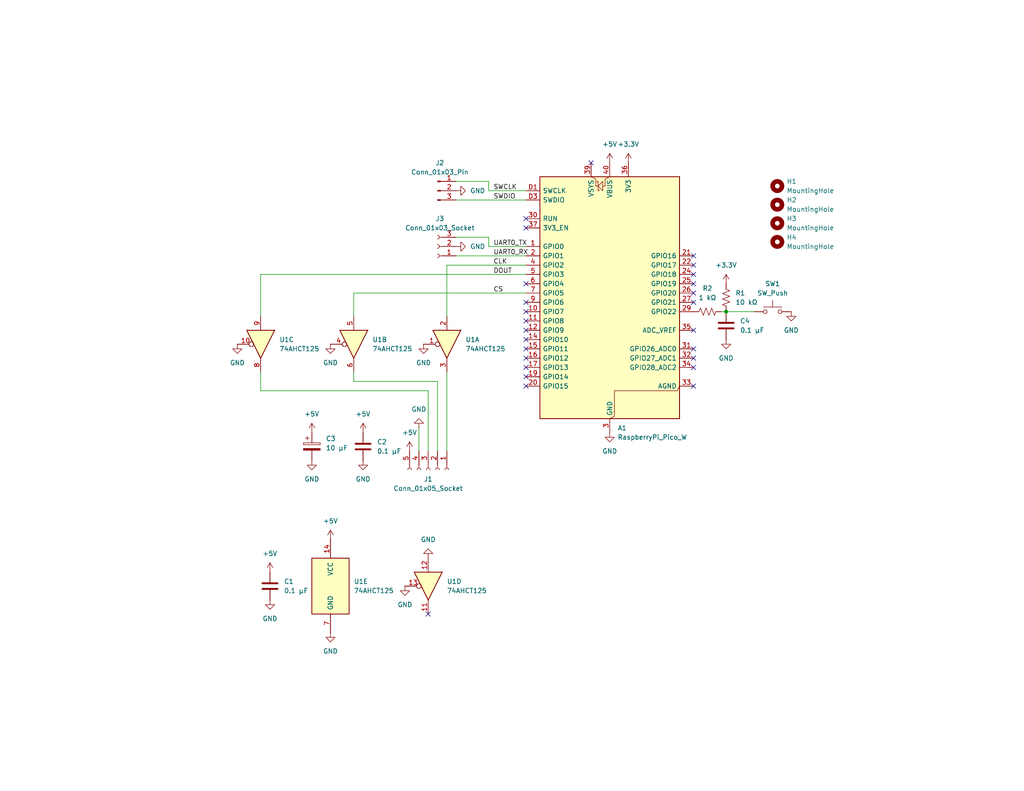
<source format=kicad_sch>
(kicad_sch (version 20250114) (generator "eeschema") (generator_version "9.0")
  (paper "USLetter")
  (title_block (title "Stock Ticker Hardware") (rev "1"))
  (lib_symbols
    (symbol "74xx:74AHCT125" (pin_names (offset 1.016))
      (property "Reference" "U" (at 0 1.27 0))
      (property "Value" "74AHCT125" (at 0 -1.27 0))
      (symbol "74AHCT125_1_0"
        (polyline (pts (xy -3.81 3.81) (xy -3.81 -3.81) (xy 3.81 0) (xy -3.81 3.81)) (stroke (width 0.254)) (fill (type background)))
        (pin input line (at -7.62 0 0) (length 3.81) (name "~") (number "2"))
        (pin input inverted (at 0 -6.35 90) (length 4.445) (name "~") (number "1"))
        (pin tri_state line (at 7.62 0 180) (length 3.81) (name "~") (number "3"))
      )
      (symbol "74AHCT125_2_0"
        (polyline (pts (xy -3.81 3.81) (xy -3.81 -3.81) (xy 3.81 0) (xy -3.81 3.81)) (stroke (width 0.254)) (fill (type background)))
        (pin input line (at -7.62 0 0) (length 3.81) (name "~") (number "5"))
        (pin input inverted (at 0 -6.35 90) (length 4.445) (name "~") (number "4"))
        (pin tri_state line (at 7.62 0 180) (length 3.81) (name "~") (number "6"))
      )
      (symbol "74AHCT125_3_0"
        (polyline (pts (xy -3.81 3.81) (xy -3.81 -3.81) (xy 3.81 0) (xy -3.81 3.81)) (stroke (width 0.254)) (fill (type background)))
        (pin input line (at -7.62 0 0) (length 3.81) (name "~") (number "9"))
        (pin input inverted (at 0 -6.35 90) (length 4.445) (name "~") (number "10"))
        (pin tri_state line (at 7.62 0 180) (length 3.81) (name "~") (number "8"))
      )
      (symbol "74AHCT125_4_0"
        (polyline (pts (xy -3.81 3.81) (xy -3.81 -3.81) (xy 3.81 0) (xy -3.81 3.81)) (stroke (width 0.254)) (fill (type background)))
        (pin input line (at -7.62 0 0) (length 3.81) (name "~") (number "12"))
        (pin input inverted (at 0 -6.35 90) (length 4.445) (name "~") (number "13"))
        (pin tri_state line (at 7.62 0 180) (length 3.81) (name "~") (number "11"))
      )
      (symbol "74AHCT125_5_0"
        (pin power_in line (at 0 12.7 270) (length 5.08) (name "VCC") (number "14"))
        (pin power_in line (at 0 -12.7 90) (length 5.08) (name "GND") (number "7"))
      )
      (symbol "74AHCT125_5_1"
        (rectangle (start -5.08 7.62) (end 5.08 -7.62) (stroke (width 0.254)) (fill (type background)))
      )
    )
    (symbol "Connector:Conn_01x03_Pin" (pin_names (offset 1.016) (hide yes))
      (property "Reference" "J" (at 0 5.08 0))
      (property "Value" "Conn_01x03_Pin" (at 0 -5.08 0))
      (symbol "Conn_01x03_Pin_1_1"
        (rectangle (start 0.8636 2.667) (end 0 2.413) (stroke (width 0.1524)) (fill (type outline)))
        (rectangle (start 0.8636 0.127) (end 0 -0.127) (stroke (width 0.1524)) (fill (type outline)))
        (rectangle (start 0.8636 -2.413) (end 0 -2.667) (stroke (width 0.1524)) (fill (type outline)))
        (polyline (pts (xy 1.27 2.54) (xy 0.8636 2.54)) (stroke (width 0.1524)))
        (polyline (pts (xy 1.27 0) (xy 0.8636 0)) (stroke (width 0.1524)))
        (polyline (pts (xy 1.27 -2.54) (xy 0.8636 -2.54)) (stroke (width 0.1524)))
        (pin passive line (at 5.08 2.54 180) (length 3.81) (name "Pin_1") (number "1"))
        (pin passive line (at 5.08 0 180) (length 3.81) (name "Pin_2") (number "2"))
        (pin passive line (at 5.08 -2.54 180) (length 3.81) (name "Pin_3") (number "3"))
      )
    )
    (symbol "Connector:Conn_01x03_Socket" (pin_names (offset 1.016) (hide yes))
      (property "Reference" "J" (at 0 5.08 0))
      (property "Value" "Conn_01x03_Socket" (at 0 -5.08 0))
      (symbol "Conn_01x03_Socket_1_1"
        (polyline (pts (xy -1.27 2.54) (xy -0.508 2.54)) (stroke (width 0.1524)))
        (polyline (pts (xy -1.27 0) (xy -0.508 0)) (stroke (width 0.1524)))
        (polyline (pts (xy -1.27 -2.54) (xy -0.508 -2.54)) (stroke (width 0.1524)))
        (arc (start 0 2.032) (mid -0.5058 2.54) (end 0 3.048) (stroke (width 0.1524)))
        (arc (start 0 -0.508) (mid -0.5058 0) (end 0 0.508) (stroke (width 0.1524)))
        (arc (start 0 -3.048) (mid -0.5058 -2.54) (end 0 -2.032) (stroke (width 0.1524)))
        (pin passive line (at -5.08 2.54 0) (length 3.81) (name "Pin_1") (number "1"))
        (pin passive line (at -5.08 0 0) (length 3.81) (name "Pin_2") (number "2"))
        (pin passive line (at -5.08 -2.54 0) (length 3.81) (name "Pin_3") (number "3"))
      )
    )
    (symbol "Connector:Conn_01x05_Socket" (pin_names (offset 1.016) (hide yes))
      (property "Reference" "J" (at 0 7.62 0))
      (property "Value" "Conn_01x05_Socket" (at 0 -7.62 0))
      (symbol "Conn_01x05_Socket_1_1"
        (polyline (pts (xy -1.27 5.08) (xy -0.508 5.08)) (stroke (width 0.1524)))
        (polyline (pts (xy -1.27 2.54) (xy -0.508 2.54)) (stroke (width 0.1524)))
        (polyline (pts (xy -1.27 0) (xy -0.508 0)) (stroke (width 0.1524)))
        (polyline (pts (xy -1.27 -2.54) (xy -0.508 -2.54)) (stroke (width 0.1524)))
        (polyline (pts (xy -1.27 -5.08) (xy -0.508 -5.08)) (stroke (width 0.1524)))
        (arc (start 0 4.572) (mid -0.5058 5.08) (end 0 5.588) (stroke (width 0.1524)))
        (arc (start 0 2.032) (mid -0.5058 2.54) (end 0 3.048) (stroke (width 0.1524)))
        (arc (start 0 -0.508) (mid -0.5058 0) (end 0 0.508) (stroke (width 0.1524)))
        (arc (start 0 -3.048) (mid -0.5058 -2.54) (end 0 -2.032) (stroke (width 0.1524)))
        (arc (start 0 -5.588) (mid -0.5058 -5.08) (end 0 -4.572) (stroke (width 0.1524)))
        (pin passive line (at -5.08 5.08 0) (length 3.81) (name "Pin_1") (number "1"))
        (pin passive line (at -5.08 2.54 0) (length 3.81) (name "Pin_2") (number "2"))
        (pin passive line (at -5.08 0 0) (length 3.81) (name "Pin_3") (number "3"))
        (pin passive line (at -5.08 -2.54 0) (length 3.81) (name "Pin_4") (number "4"))
        (pin passive line (at -5.08 -5.08 0) (length 3.81) (name "Pin_5") (number "5"))
      )
    )
    (symbol "Device:C" (pin_numbers (hide yes)) (pin_names (offset 0.254))
      (property "Reference" "C" (at 0.635 2.54 0))
      (property "Value" "C" (at 0.635 -2.54 0))
      (symbol "C_0_1"
        (polyline (pts (xy -2.032 0.762) (xy 2.032 0.762)) (stroke (width 0.508)))
        (polyline (pts (xy -2.032 -0.762) (xy 2.032 -0.762)) (stroke (width 0.508)))
      )
      (symbol "C_1_1"
        (pin passive line (at 0 3.81 270) (length 2.794) (name "~") (number "1"))
        (pin passive line (at 0 -3.81 90) (length 2.794) (name "~") (number "2"))
      )
    )
    (symbol "Device:C_Polarized" (pin_numbers (hide yes)) (pin_names (offset 0.254))
      (property "Reference" "C" (at 0.635 2.54 0))
      (property "Value" "C_Polarized" (at 0.635 -2.54 0))
      (symbol "C_Polarized_0_1"
        (rectangle (start -2.286 0.508) (end 2.286 1.016))
        (polyline (pts (xy -1.778 2.286) (xy -0.762 2.286)))
        (polyline (pts (xy -1.27 2.794) (xy -1.27 1.778)))
        (rectangle (start 2.286 -0.508) (end -2.286 -1.016) (fill (type outline)))
      )
      (symbol "C_Polarized_1_1"
        (pin passive line (at 0 3.81 270) (length 2.794) (name "~") (number "1"))
        (pin passive line (at 0 -3.81 90) (length 2.794) (name "~") (number "2"))
      )
    )
    (symbol "Device:R_US" (pin_numbers (hide yes)) (pin_names (offset 0))
      (property "Reference" "R" (at 2.54 0 90))
      (property "Value" "R_US" (at -2.54 0 90))
      (symbol "R_US_0_1"
        (polyline (pts (xy 0 2.286) (xy 0 2.54)))
        (polyline (pts (xy 0 2.286) (xy 1.016 1.905) (xy 0 1.524) (xy -1.016 1.143) (xy 0 0.762)))
        (polyline (pts (xy 0 0.762) (xy 1.016 0.381) (xy 0 0) (xy -1.016 -0.381) (xy 0 -0.762)))
        (polyline (pts (xy 0 -0.762) (xy 1.016 -1.143) (xy 0 -1.524) (xy -1.016 -1.905) (xy 0 -2.286)))
        (polyline (pts (xy 0 -2.286) (xy 0 -2.54)))
      )
      (symbol "R_US_1_1"
        (pin passive line (at 0 3.81 270) (length 1.27) (name "~") (number "1"))
        (pin passive line (at 0 -3.81 90) (length 1.27) (name "~") (number "2"))
      )
    )
    (symbol "MCU_Module:RaspberryPi_Pico_W_Debug" (pin_names (offset 0.762))
      (property "Reference" "A" (at -19.05 35.56 0))
      (property "Value" "RaspberryPi_Pico_W" (at 7.62 35.56 0))
      (symbol "RaspberryPi_Pico_W_Debug_0_1"
        (rectangle (start -19.05 34.29) (end 19.05 -31.75) (stroke (width 0.254)) (fill (type background)))
        (polyline (pts (xy -5.08 34.29) (xy -3.81 33.655) (xy -3.81 31.75) (xy -3.175 31.75)))
        (polyline (pts (xy -3.429 32.766) (xy -3.429 33.02) (xy -3.175 33.02) (xy -3.175 30.48) (xy -2.921 30.48) (xy -2.921 30.734)))
        (polyline (pts (xy -3.175 31.75) (xy -1.905 33.02) (xy -1.905 30.48) (xy -3.175 31.75)))
        (polyline (pts (xy 0 34.29) (xy -1.27 33.655) (xy -1.27 31.75) (xy -1.905 31.75)))
        (polyline (pts (xy 0 -31.75) (xy 1.27 -31.115) (xy 1.27 -24.13) (xy 18.415 -24.13) (xy 19.05 -22.86)))
      )
      (symbol "RaspberryPi_Pico_W_Debug_1_1"
        (pin input line (at -22.86 30.48 0) (length 3.81) (name "SWCLK") (number "D1"))
        (pin bidirectional line (at -22.86 27.94 0) (length 3.81) (name "SWDIO") (number "D3"))
        (pin passive line (at -22.86 22.86 0) (length 3.81) (name "RUN") (number "30"))
        (pin passive line (at -22.86 20.32 0) (length 3.81) (name "3V3_EN") (number "37"))
        (pin bidirectional line (at -22.86 15.24 0) (length 3.81) (name "GPIO0") (number "1"))
        (pin bidirectional line (at -22.86 12.7 0) (length 3.81) (name "GPIO1") (number "2"))
        (pin bidirectional line (at -22.86 10.16 0) (length 3.81) (name "GPIO2") (number "4"))
        (pin bidirectional line (at -22.86 7.62 0) (length 3.81) (name "GPIO3") (number "5"))
        (pin bidirectional line (at -22.86 5.08 0) (length 3.81) (name "GPIO4") (number "6"))
        (pin bidirectional line (at -22.86 2.54 0) (length 3.81) (name "GPIO5") (number "7"))
        (pin bidirectional line (at -22.86 0 0) (length 3.81) (name "GPIO6") (number "9"))
        (pin bidirectional line (at -22.86 -2.54 0) (length 3.81) (name "GPIO7") (number "10"))
        (pin bidirectional line (at -22.86 -5.08 0) (length 3.81) (name "GPIO8") (number "11"))
        (pin bidirectional line (at -22.86 -7.62 0) (length 3.81) (name "GPIO9") (number "12"))
        (pin bidirectional line (at -22.86 -10.16 0) (length 3.81) (name "GPIO10") (number "14"))
        (pin bidirectional line (at -22.86 -12.7 0) (length 3.81) (name "GPIO11") (number "15"))
        (pin bidirectional line (at -22.86 -15.24 0) (length 3.81) (name "GPIO12") (number "16"))
        (pin bidirectional line (at -22.86 -17.78 0) (length 3.81) (name "GPIO13") (number "17"))
        (pin bidirectional line (at -22.86 -20.32 0) (length 3.81) (name "GPIO14") (number "19"))
        (pin bidirectional line (at -22.86 -22.86 0) (length 3.81) (name "GPIO15") (number "20"))
        (pin power_in line (at -5.08 38.1 270) (length 3.81) (name "VSYS") (number "39"))
        (pin power_out line (at 0 38.1 270) (length 3.81) (name "VBUS") (number "40"))
        (pin passive line (at 0 -35.56 90) (length 3.81) (hide yes) (name "GND") (number "13"))
        (pin passive line (at 0 -35.56 90) (length 3.81) (hide yes) (name "GND") (number "18"))
        (pin passive line (at 0 -35.56 90) (length 3.81) (hide yes) (name "GND") (number "23"))
        (pin passive line (at 0 -35.56 90) (length 3.81) (hide yes) (name "GND") (number "28"))
        (pin power_out line (at 0 -35.56 90) (length 3.81) (name "GND") (number "3"))
        (pin passive line (at 0 -35.56 90) (length 3.81) (hide yes) (name "GND") (number "38"))
        (pin passive line (at 0 -35.56 90) (length 3.81) (hide yes) (name "GND") (number "8"))
        (pin passive line (at 0 -35.56 90) (length 3.81) (hide yes) (name "GND") (number "D2"))
        (pin power_out line (at 5.08 38.1 270) (length 3.81) (name "3V3") (number "36"))
        (pin bidirectional line (at 22.86 12.7 180) (length 3.81) (name "GPIO16") (number "21"))
        (pin bidirectional line (at 22.86 10.16 180) (length 3.81) (name "GPIO17") (number "22"))
        (pin bidirectional line (at 22.86 7.62 180) (length 3.81) (name "GPIO18") (number "24"))
        (pin bidirectional line (at 22.86 5.08 180) (length 3.81) (name "GPIO19") (number "25"))
        (pin bidirectional line (at 22.86 2.54 180) (length 3.81) (name "GPIO20") (number "26"))
        (pin bidirectional line (at 22.86 0 180) (length 3.81) (name "GPIO21") (number "27"))
        (pin bidirectional line (at 22.86 -2.54 180) (length 3.81) (name "GPIO22") (number "29"))
        (pin power_in line (at 22.86 -7.62 180) (length 3.81) (name "ADC_VREF") (number "35"))
        (pin bidirectional line (at 22.86 -12.7 180) (length 3.81) (name "GPIO26_ADC0") (number "31"))
        (pin bidirectional line (at 22.86 -15.24 180) (length 3.81) (name "GPIO27_ADC1") (number "32"))
        (pin bidirectional line (at 22.86 -17.78 180) (length 3.81) (name "GPIO28_ADC2") (number "34"))
        (pin power_out line (at 22.86 -22.86 180) (length 3.81) (name "AGND") (number "33"))
      )
    )
    (symbol "Mechanical:MountingHole" (pin_names (offset 1.016)) (in_bom no)
      (property "Reference" "H" (at 0 5.08 0))
      (property "Value" "MountingHole" (at 0 3.175 0))
      (symbol "MountingHole_0_1"
        (circle (center 0 0) (radius 1.27) (stroke (width 1.27)))
      )
    )
    (symbol "Switch:SW_Push" (pin_numbers (hide yes)) (pin_names (offset 1.016) (hide yes))
      (property "Reference" "SW" (at 1.27 2.54 0))
      (property "Value" "SW_Push" (at 0 -1.524 0))
      (symbol "SW_Push_0_1"
        (circle (center -2.032 0) (radius 0.508))
        (polyline (pts (xy 0 1.27) (xy 0 3.048)))
        (circle (center 2.032 0) (radius 0.508))
        (polyline (pts (xy 2.54 1.27) (xy -2.54 1.27)))
        (pin passive line (at -5.08 0 0) (length 2.54) (name "1") (number "1"))
        (pin passive line (at 5.08 0 180) (length 2.54) (name "2") (number "2"))
      )
    )
    (symbol "power:+3.3V" (power) (pin_numbers (hide yes)) (pin_names (offset 0) (hide yes))
      (property "Value" "+3.3V" (at 0 3.556 0))
      (symbol "+3.3V_0_1"
        (polyline (pts (xy -0.762 1.27) (xy 0 2.54)))
        (polyline (pts (xy 0 2.54) (xy 0.762 1.27)))
        (polyline (pts (xy 0 0) (xy 0 2.54)))
      )
      (symbol "+3.3V_1_1"
        (pin power_in line (at 0 0 90) (length 0) (name "~") (number "1"))
      )
    )
    (symbol "power:+5V" (power) (pin_numbers (hide yes)) (pin_names (offset 0) (hide yes))
      (property "Value" "+5V" (at 0 3.556 0))
      (symbol "+5V_0_1"
        (polyline (pts (xy -0.762 1.27) (xy 0 2.54)))
        (polyline (pts (xy 0 2.54) (xy 0.762 1.27)))
        (polyline (pts (xy 0 0) (xy 0 2.54)))
      )
      (symbol "+5V_1_1"
        (pin power_in line (at 0 0 90) (length 0) (name "~") (number "1"))
      )
    )
    (symbol "power:GND" (power) (pin_numbers (hide yes)) (pin_names (offset 0) (hide yes))
      (property "Value" "GND" (at 0 -3.81 0))
      (symbol "GND_0_1"
        (polyline (pts (xy 0 0) (xy 0 -1.27) (xy 1.27 -1.27) (xy 0 -2.54) (xy -1.27 -1.27) (xy 0 -1.27)))
      )
      (symbol "GND_1_1"
        (pin power_in line (at 0 0 270) (length 0) (name "~") (number "1"))
      )
    )
  )
  (junction (at 198.12 85.09))
  (no_connect (at 143.51 102.87))
  (no_connect (at 189.23 82.55))
  (no_connect (at 189.23 105.41))
  (no_connect (at 143.51 97.79))
  (no_connect (at 143.51 59.69))
  (no_connect (at 161.29 44.45))
  (no_connect (at 189.23 72.39))
  (no_connect (at 143.51 62.23))
  (no_connect (at 189.23 74.93))
  (no_connect (at 143.51 87.63))
  (no_connect (at 143.51 100.33))
  (no_connect (at 189.23 69.85))
  (no_connect (at 143.51 82.55))
  (no_connect (at 189.23 95.25))
  (no_connect (at 143.51 77.47))
  (no_connect (at 189.23 77.47))
  (no_connect (at 143.51 92.71))
  (no_connect (at 143.51 85.09))
  (no_connect (at 143.51 90.17))
  (no_connect (at 189.23 100.33))
  (no_connect (at 189.23 80.01))
  (no_connect (at 143.51 105.41))
  (no_connect (at 189.23 90.17))
  (no_connect (at 116.84 167.64))
  (no_connect (at 189.23 97.79))
  (no_connect (at 143.51 95.25))
  (wire (pts (xy 133.35 67.31) (xy 143.51 67.31)))
  (wire (pts (xy 133.35 64.77) (xy 133.35 67.31)))
  (wire (pts (xy 96.52 101.6) (xy 96.52 104.14)))
  (wire (pts (xy 96.52 80.01) (xy 143.51 80.01)))
  (wire (pts (xy 133.35 52.07) (xy 143.51 52.07)))
  (wire (pts (xy 121.92 72.39) (xy 121.92 86.36)))
  (wire (pts (xy 71.12 101.6) (xy 71.12 106.68)))
  (wire (pts (xy 124.46 54.61) (xy 143.51 54.61)))
  (wire (pts (xy 119.38 104.14) (xy 119.38 123.19)))
  (wire (pts (xy 116.84 106.68) (xy 116.84 123.19)))
  (wire (pts (xy 124.46 69.85) (xy 143.51 69.85)))
  (wire (pts (xy 96.52 80.01) (xy 96.52 86.36)))
  (wire (pts (xy 133.35 49.53) (xy 133.35 52.07)))
  (wire (pts (xy 71.12 106.68) (xy 116.84 106.68)))
  (wire (pts (xy 121.92 101.6) (xy 121.92 123.19)))
  (wire (pts (xy 114.3 116.84) (xy 114.3 123.19)))
  (wire (pts (xy 71.12 74.93) (xy 71.12 86.36)))
  (wire (pts (xy 198.12 85.09) (xy 205.74 85.09)))
  (wire (pts (xy 71.12 74.93) (xy 143.51 74.93)))
  (wire (pts (xy 124.46 49.53) (xy 133.35 49.53)))
  (wire (pts (xy 96.52 104.14) (xy 119.38 104.14)))
  (wire (pts (xy 124.46 64.77) (xy 133.35 64.77)))
  (wire (pts (xy 121.92 72.39) (xy 143.51 72.39)))
  (wire (pts (xy 196.85 85.09) (xy 198.12 85.09)))
  (label "CLK" (at 134.62 72.39 0))
  (label "UART0_RX" (at 134.62 69.85 0))
  (label "CS" (at 134.62 80.01 0))
  (label "UART0_TX" (at 134.62 67.31 0))
  (label "SWCLK" (at 134.62 52.07 0))
  (label "SWDIO" (at 134.62 54.61 0))
  (label "DOUT" (at 134.62 74.93 0))
  (symbol (lib_id "74xx:74AHCT125") (at 90.17 160.02 0) (unit 5)
    (property "Reference" "U1" (at 96.52 158.7499 0) (effects (justify left)))
    (property "Value" "74AHCT125" (at 96.52 161.2899 0) (effects (justify left)))
    (property "Footprint" "Package_DIP:DIP-14_W7.62mm" (effects (hide yes)))
    (property "Datasheet" "https://www.ti.com/lit/ds/symlink/sn74ahct125.pdf" (effects (hide yes)))
    (property "Description" "Quadruple Bus Buffer Gates With 3-State Outputs" (effects (hide yes)))
  )
  (symbol (lib_id "Device:C_Polarized") (at 85.09 121.92 0) (unit 1)
    (property "Reference" "C3" (at 88.9 119.7609 0) (effects (justify left)))
    (property "Value" "10 μF" (at 88.9 122.3009 0) (effects (justify left)))
    (property "Footprint" "Capacitor_THT:CP_Radial_D4.0mm_P2.00mm" (effects (hide yes)))
    (property "Description" "Polarized capacitor" (effects (hide yes)))
  )
  (symbol (lib_id "power:GND") (at 114.3 116.84 180) (unit 1)
    (property "Reference" "#PWR017" (effects (hide yes)))
    (property "Value" "GND" (at 114.3 111.76 0))
    (property "Description" "Power symbol creates a global label with name \"GND\" , ground" (effects (hide yes)))
  )
  (symbol (lib_id "power:GND") (at 166.37 118.11 0) (unit 1)
    (property "Reference" "#PWR02" (effects (hide yes)))
    (property "Value" "GND" (at 166.37 123.19 0))
    (property "Description" "Power symbol creates a global label with name \"GND\" , ground" (effects (hide yes)))
  )
  (symbol (lib_id "power:+3.3V") (at 198.12 77.47 0) (unit 1)
    (property "Reference" "#PWR023" (effects (hide yes)))
    (property "Value" "+3.3V" (at 198.12 72.39 0))
    (property "Description" "Power symbol creates a global label with name \"+3.3V\"" (effects (hide yes)))
  )
  (symbol (lib_id "power:GND") (at 99.06 125.73 0) (unit 1)
    (property "Reference" "#PWR016" (effects (hide yes)))
    (property "Value" "GND" (at 99.06 130.81 0))
    (property "Description" "Power symbol creates a global label with name \"GND\" , ground" (effects (hide yes)))
  )
  (symbol (lib_id "74xx:74AHCT125") (at 96.52 93.98 270) (unit 2)
    (property "Reference" "U1" (at 101.6 92.7099 90) (effects (justify left)))
    (property "Value" "74AHCT125" (at 101.6 95.2499 90) (effects (justify left)))
    (property "Footprint" "Package_DIP:DIP-14_W7.62mm" (effects (hide yes)))
    (property "Datasheet" "https://www.ti.com/lit/ds/symlink/sn74ahct125.pdf" (effects (hide yes)))
    (property "Description" "Quadruple Bus Buffer Gates With 3-State Outputs" (effects (hide yes)))
  )
  (symbol (lib_id "power:GND") (at 73.66 163.83 0) (unit 1)
    (property "Reference" "#PWR014" (effects (hide yes)))
    (property "Value" "GND" (at 73.66 168.91 0))
    (property "Description" "Power symbol creates a global label with name \"GND\" , ground" (effects (hide yes)))
  )
  (symbol (lib_id "MCU_Module:RaspberryPi_Pico_W_Debug") (at 166.37 82.55 0) (unit 1)
    (property "Reference" "A1" (at 168.5133 116.84 0) (effects (justify left)))
    (property "Value" "RaspberryPi_Pico_W" (at 168.5133 119.38 0) (effects (justify left)))
    (property "Footprint" "Module:RaspberryPi_Pico_W_SMD_HandSolder" (effects (hide yes)))
    (property "Datasheet" "https://datasheets.raspberrypi.com/picow/pico-w-datasheet.pdf" (effects (hide yes)))
    (property "Description" "Versatile and inexpensive wireless microcontroller module (with debug pins) powered by RP2040 dual-core Arm Cortex-M0+ processor up to 133 MHz, 264kB SRAM, 2MB QSPI flash, Infineon CYW43439 2.4GHz 802.11n wireless LAN; also supports Raspberry Pi Pico 2 W" (effects (hide yes)))
  )
  (symbol (lib_id "power:GND") (at 85.09 125.73 0) (unit 1)
    (property "Reference" "#PWR020" (effects (hide yes)))
    (property "Value" "GND" (at 85.09 130.81 0))
    (property "Description" "Power symbol creates a global label with name \"GND\" , ground" (effects (hide yes)))
  )
  (symbol (lib_id "power:+5V") (at 90.17 147.32 0) (unit 1)
    (property "Reference" "#PWR012" (effects (hide yes)))
    (property "Value" "+5V" (at 90.17 142.24 0))
    (property "Description" "Power symbol creates a global label with name \"+5V\"" (effects (hide yes)))
  )
  (symbol (lib_id "power:GND") (at 90.17 172.72 0) (unit 1)
    (property "Reference" "#PWR011" (effects (hide yes)))
    (property "Value" "GND" (at 90.17 177.8 0))
    (property "Description" "Power symbol creates a global label with name \"GND\" , ground" (effects (hide yes)))
  )
  (symbol (lib_id "Mechanical:MountingHole") (at 212.09 66.04 0) (unit 1) (in_bom no)
    (property "Reference" "H4" (at 214.63 64.7699 0) (effects (justify left)))
    (property "Value" "MountingHole" (at 214.63 67.3099 0) (effects (justify left)))
    (property "Footprint" "MountingHole:MountingHole_2.7mm_M2.5" (effects (hide yes)))
    (property "Description" "Mounting Hole without connection" (effects (hide yes)))
  )
  (symbol (lib_id "Device:R_US") (at 193.04 85.09 90) (unit 1)
    (property "Reference" "R2" (at 193.04 78.74 90))
    (property "Value" "1 kΩ" (at 193.04 81.28 90))
    (property "Footprint" "Resistor_THT:R_Axial_DIN0207_L6.3mm_D2.5mm_P10.16mm_Horizontal" (effects (hide yes)))
    (property "Description" "Resistor, US symbol" (effects (hide yes)))
  )
  (symbol (lib_id "Connector:Conn_01x03_Socket") (at 119.38 67.31 180) (unit 1)
    (property "Reference" "J3" (at 120.015 59.69 0))
    (property "Value" "Conn_01x03_Socket" (at 120.015 62.23 0))
    (property "Footprint" "Connector_PinSocket_2.54mm:PinSocket_1x03_P2.54mm_Vertical" (effects (hide yes)))
    (property "Description" "Generic connector, single row, 01x03, script generated" (effects (hide yes)))
  )
  (symbol (lib_id "power:GND") (at 124.46 67.31 90) (unit 1)
    (property "Reference" "#PWR07" (effects (hide yes)))
    (property "Value" "GND" (at 128.27 67.3099 90) (effects (justify right)))
    (property "Description" "Power symbol creates a global label with name \"GND\" , ground" (effects (hide yes)))
  )
  (symbol (lib_id "Mechanical:MountingHole") (at 212.09 60.96 0) (unit 1) (in_bom no)
    (property "Reference" "H3" (at 214.63 59.6899 0) (effects (justify left)))
    (property "Value" "MountingHole" (at 214.63 62.2299 0) (effects (justify left)))
    (property "Footprint" "MountingHole:MountingHole_2.7mm_M2.5" (effects (hide yes)))
    (property "Description" "Mounting Hole without connection" (effects (hide yes)))
  )
  (symbol (lib_id "74xx:74AHCT125") (at 116.84 160.02 270) (unit 4)
    (property "Reference" "U1" (at 121.92 158.7499 90) (effects (justify left)))
    (property "Value" "74AHCT125" (at 121.92 161.2899 90) (effects (justify left)))
    (property "Footprint" "Package_DIP:DIP-14_W7.62mm" (effects (hide yes)))
    (property "Datasheet" "https://www.ti.com/lit/ds/symlink/sn74ahct125.pdf" (effects (hide yes)))
    (property "Description" "Quadruple Bus Buffer Gates With 3-State Outputs" (effects (hide yes)))
  )
  (symbol (lib_id "power:+5V") (at 111.76 123.19 0) (unit 1)
    (property "Reference" "#PWR018" (effects (hide yes)))
    (property "Value" "+5V" (at 111.76 118.11 0))
    (property "Description" "Power symbol creates a global label with name \"+5V\"" (effects (hide yes)))
  )
  (symbol (lib_id "power:GND") (at 124.46 52.07 90) (unit 1)
    (property "Reference" "#PWR06" (effects (hide yes)))
    (property "Value" "GND" (at 128.27 52.0699 90) (effects (justify right)))
    (property "Description" "Power symbol creates a global label with name \"GND\" , ground" (effects (hide yes)))
  )
  (symbol (lib_id "Connector:Conn_01x03_Pin") (at 119.38 52.07 0) (unit 1)
    (property "Reference" "J2" (at 120.015 44.45 0))
    (property "Value" "Conn_01x03_Pin" (at 120.015 46.99 0))
    (property "Footprint" "Connector_PinHeader_2.54mm:PinHeader_1x03_P2.54mm_Vertical" (effects (hide yes)))
    (property "Description" "Generic connector, single row, 01x03, script generated" (effects (hide yes)))
  )
  (symbol (lib_id "Connector:Conn_01x05_Socket") (at 116.84 128.27 270) (unit 1)
    (property "Reference" "J1" (at 116.84 130.81 90))
    (property "Value" "Conn_01x05_Socket" (at 116.84 133.35 90))
    (property "Footprint" "Connector_JST:JST_XH_B5B-XH-A_1x05_P2.50mm_Vertical" (effects (hide yes)))
    (property "Description" "Generic connector, single row, 01x05, script generated" (effects (hide yes)))
  )
  (symbol (lib_id "power:+5V") (at 73.66 156.21 0) (unit 1)
    (property "Reference" "#PWR013" (effects (hide yes)))
    (property "Value" "+5V" (at 73.66 151.13 0))
    (property "Description" "Power symbol creates a global label with name \"+5V\"" (effects (hide yes)))
  )
  (symbol (lib_id "Mechanical:MountingHole") (at 212.09 55.88 0) (unit 1) (in_bom no)
    (property "Reference" "H2" (at 214.63 54.6099 0) (effects (justify left)))
    (property "Value" "MountingHole" (at 214.63 57.1499 0) (effects (justify left)))
    (property "Footprint" "MountingHole:MountingHole_2.7mm_M2.5" (effects (hide yes)))
    (property "Description" "Mounting Hole without connection" (effects (hide yes)))
  )
  (symbol (lib_id "power:GND") (at 198.12 92.71 0) (unit 1)
    (property "Reference" "#PWR021" (effects (hide yes)))
    (property "Value" "GND" (at 198.12 97.79 0))
    (property "Description" "Power symbol creates a global label with name \"GND\" , ground" (effects (hide yes)))
  )
  (symbol (lib_id "Mechanical:MountingHole") (at 212.09 50.8 0) (unit 1) (in_bom no)
    (property "Reference" "H1" (at 214.63 49.5299 0) (effects (justify left)))
    (property "Value" "MountingHole" (at 214.63 52.0699 0) (effects (justify left)))
    (property "Footprint" "MountingHole:MountingHole_2.7mm_M2.5" (effects (hide yes)))
    (property "Description" "Mounting Hole without connection" (effects (hide yes)))
  )
  (symbol (lib_id "power:GND") (at 116.84 152.4 180) (unit 1)
    (property "Reference" "#PWR09" (effects (hide yes)))
    (property "Value" "GND" (at 116.84 147.32 0))
    (property "Description" "Power symbol creates a global label with name \"GND\" , ground" (effects (hide yes)))
  )
  (symbol (lib_id "power:+3.3V") (at 171.45 44.45 0) (unit 1)
    (property "Reference" "#PWR022" (effects (hide yes)))
    (property "Value" "+3.3V" (at 171.45 39.37 0))
    (property "Description" "Power symbol creates a global label with name \"+3.3V\"" (effects (hide yes)))
  )
  (symbol (lib_id "power:GND") (at 64.77 93.98 0) (unit 1)
    (property "Reference" "#PWR08" (effects (hide yes)))
    (property "Value" "GND" (at 64.77 99.06 0))
    (property "Description" "Power symbol creates a global label with name \"GND\" , ground" (effects (hide yes)))
  )
  (symbol (lib_id "power:+5V") (at 99.06 118.11 0) (unit 1)
    (property "Reference" "#PWR015" (effects (hide yes)))
    (property "Value" "+5V" (at 99.06 113.03 0))
    (property "Description" "Power symbol creates a global label with name \"+5V\"" (effects (hide yes)))
  )
  (symbol (lib_id "power:GND") (at 115.57 93.98 0) (unit 1)
    (property "Reference" "#PWR04" (effects (hide yes)))
    (property "Value" "GND" (at 115.57 99.06 0))
    (property "Description" "Power symbol creates a global label with name \"GND\" , ground" (effects (hide yes)))
  )
  (symbol (lib_id "Device:C") (at 198.12 88.9 0) (unit 1)
    (property "Reference" "C4" (at 201.93 87.6299 0) (effects (justify left)))
    (property "Value" "0.1 μF" (at 201.93 90.1699 0) (effects (justify left)))
    (property "Footprint" "Capacitor_THT:C_Disc_D5.0mm_W2.5mm_P2.50mm" (effects (hide yes)))
    (property "Description" "Unpolarized capacitor" (effects (hide yes)))
  )
  (symbol (lib_id "74xx:74AHCT125") (at 121.92 93.98 270) (unit 1)
    (property "Reference" "U1" (at 127 92.7099 90) (effects (justify left)))
    (property "Value" "74AHCT125" (at 127 95.2499 90) (effects (justify left)))
    (property "Footprint" "Package_DIP:DIP-14_W7.62mm" (effects (hide yes)))
    (property "Datasheet" "https://www.ti.com/lit/ds/symlink/sn74ahct125.pdf" (effects (hide yes)))
    (property "Description" "Quadruple Bus Buffer Gates With 3-State Outputs" (effects (hide yes)))
  )
  (symbol (lib_id "Device:C") (at 73.66 160.02 0) (unit 1)
    (property "Reference" "C1" (at 77.47 158.7499 0) (effects (justify left)))
    (property "Value" "0.1 μF" (at 77.47 161.2899 0) (effects (justify left)))
    (property "Footprint" "Capacitor_THT:C_Disc_D5.0mm_W2.5mm_P2.50mm" (effects (hide yes)))
    (property "Description" "Unpolarized capacitor" (effects (hide yes)))
  )
  (symbol (lib_id "power:GND") (at 90.17 93.98 0) (unit 1)
    (property "Reference" "#PWR05" (effects (hide yes)))
    (property "Value" "GND" (at 90.17 99.06 0))
    (property "Description" "Power symbol creates a global label with name \"GND\" , ground" (effects (hide yes)))
  )
  (symbol (lib_id "power:+5V") (at 166.37 44.45 0) (unit 1)
    (property "Reference" "#PWR01" (effects (hide yes)))
    (property "Value" "+5V" (at 166.37 39.37 0))
    (property "Description" "Power symbol creates a global label with name \"+5V\"" (effects (hide yes)))
  )
  (symbol (lib_id "74xx:74AHCT125") (at 71.12 93.98 270) (unit 3)
    (property "Reference" "U1" (at 76.2 92.7099 90) (effects (justify left)))
    (property "Value" "74AHCT125" (at 76.2 95.2499 90) (effects (justify left)))
    (property "Footprint" "Package_DIP:DIP-14_W7.62mm" (effects (hide yes)))
    (property "Datasheet" "https://www.ti.com/lit/ds/symlink/sn74ahct125.pdf" (effects (hide yes)))
    (property "Description" "Quadruple Bus Buffer Gates With 3-State Outputs" (effects (hide yes)))
  )
  (symbol (lib_id "Switch:SW_Push") (at 210.82 85.09 0) (unit 1)
    (property "Reference" "SW1" (at 210.82 77.47 0))
    (property "Value" "SW_Push" (at 210.82 80.01 0))
    (property "Footprint" "Button_Switch_THT:SW_PUSH-12mm" (effects (hide yes)))
    (property "Description" "Push button switch, generic, two pins" (effects (hide yes)))
  )
  (symbol (lib_id "Device:R_US") (at 198.12 81.28 0) (unit 1)
    (property "Reference" "R1" (at 200.66 80.0099 0) (effects (justify left)))
    (property "Value" "10 kΩ" (at 200.66 82.5499 0) (effects (justify left)))
    (property "Footprint" "Resistor_THT:R_Axial_DIN0207_L6.3mm_D2.5mm_P10.16mm_Horizontal" (effects (hide yes)))
    (property "Description" "Resistor, US symbol" (effects (hide yes)))
  )
  (symbol (lib_id "power:+5V") (at 85.09 118.11 0) (unit 1)
    (property "Reference" "#PWR019" (effects (hide yes)))
    (property "Value" "+5V" (at 85.09 113.03 0))
    (property "Description" "Power symbol creates a global label with name \"+5V\"" (effects (hide yes)))
  )
  (symbol (lib_id "Device:C") (at 99.06 121.92 0) (unit 1)
    (property "Reference" "C2" (at 102.87 120.6499 0) (effects (justify left)))
    (property "Value" "0.1 μF" (at 102.87 123.1899 0) (effects (justify left)))
    (property "Footprint" "Capacitor_THT:C_Disc_D5.0mm_W2.5mm_P2.50mm" (effects (hide yes)))
    (property "Description" "Unpolarized capacitor" (effects (hide yes)))
  )
  (symbol (lib_id "power:GND") (at 215.9 85.09 0) (unit 1)
    (property "Reference" "#PWR03" (effects (hide yes)))
    (property "Value" "GND" (at 215.9 90.17 0))
    (property "Description" "Power symbol creates a global label with name \"GND\" , ground" (effects (hide yes)))
  )
  (symbol (lib_id "power:GND") (at 110.49 160.02 0) (unit 1)
    (property "Reference" "#PWR010" (effects (hide yes)))
    (property "Value" "GND" (at 110.49 165.1 0))
    (property "Description" "Power symbol creates a global label with name \"GND\" , ground" (effects (hide yes)))
  )
)
</source>
